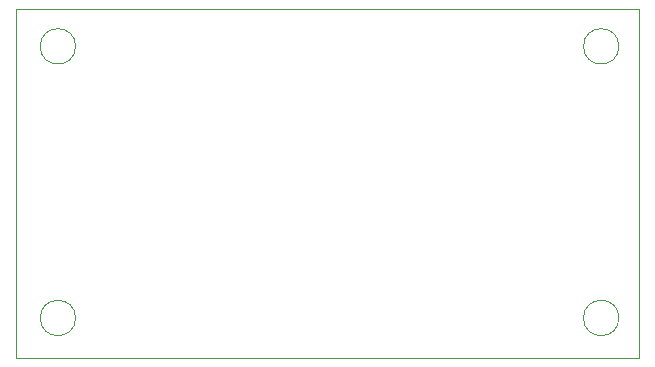
<source format=gbr>
%TF.GenerationSoftware,KiCad,Pcbnew,7.0.1*%
%TF.CreationDate,2025-01-23T15:28:38-05:00*%
%TF.ProjectId,ESP32_Dock,45535033-325f-4446-9f63-6b2e6b696361,rev?*%
%TF.SameCoordinates,Original*%
%TF.FileFunction,Profile,NP*%
%FSLAX46Y46*%
G04 Gerber Fmt 4.6, Leading zero omitted, Abs format (unit mm)*
G04 Created by KiCad (PCBNEW 7.0.1) date 2025-01-23 15:28:38*
%MOMM*%
%LPD*%
G01*
G04 APERTURE LIST*
%TA.AperFunction,Profile*%
%ADD10C,0.100000*%
%TD*%
G04 APERTURE END LIST*
D10*
X59250000Y-32250000D02*
X112000000Y-32250000D01*
X112000000Y-61750000D01*
X59250000Y-61750000D01*
X59250000Y-32250000D01*
%TO.C,U1*%
X110277911Y-58390000D02*
G75*
G03*
X110277911Y-58390000I-1500000J0D01*
G01*
X110277911Y-35390000D02*
G75*
G03*
X110277911Y-35390000I-1500000J0D01*
G01*
X64277911Y-58390000D02*
G75*
G03*
X64277911Y-58390000I-1500000J0D01*
G01*
X64277911Y-35390000D02*
G75*
G03*
X64277911Y-35390000I-1500000J0D01*
G01*
%TD*%
M02*

</source>
